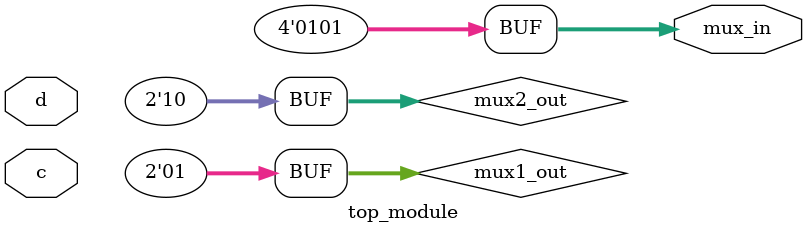
<source format=sv>
module top_module (
    input c,
    input d,
    output [3:0] mux_in
);

    wire [1:0] mux1_out, mux2_out;

    // Implement the Karnaugh map using two 2-to-1 multiplexers
    assign mux1_out[0] = 1'b1;
    assign mux1_out[1] = 1'b0;
    assign mux1_out[0] = c ? mux1_out[1] : mux1_out[0];

    assign mux2_out[0] = 1'b0;
    assign mux2_out[1] = 1'b1;
    assign mux2_out[0] = d ? mux2_out[1] : mux2_out[0];

    // Connect the outputs of the 2-to-1 multiplexers to the 4-to-1 multiplexer
    assign mux_in[0] = mux1_out[0];
    assign mux_in[1] = mux1_out[1];
    assign mux_in[2] = mux2_out[1];
    assign mux_in[3] = mux2_out[0];

endmodule

</source>
